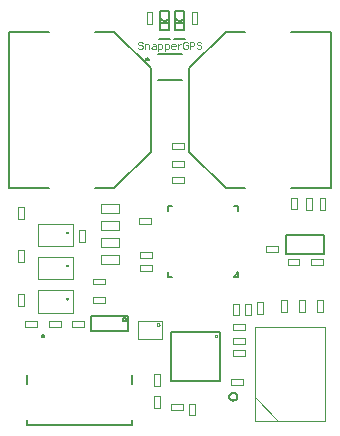
<source format=gbr>
G04 EAGLE Gerber RS-274X export*
G75*
%MOMM*%
%FSLAX34Y34*%
%LPD*%
%INSilkscreen Top*%
%IPPOS*%
%AMOC8*
5,1,8,0,0,1.08239X$1,22.5*%
G01*
%ADD10C,0.050800*%
%ADD11C,0.076200*%
%ADD12C,0.127000*%
%ADD13C,0.203200*%
%ADD14C,0.100000*%
%ADD15C,0.152400*%
%ADD16C,0.200000*%
%ADD17C,0.101600*%


D10*
X118246Y327564D02*
X117314Y328496D01*
X115450Y328496D01*
X114518Y327564D01*
X114518Y326632D01*
X115450Y325700D01*
X117314Y325700D01*
X118246Y324768D01*
X118246Y323835D01*
X117314Y322903D01*
X115450Y322903D01*
X114518Y323835D01*
X120131Y322903D02*
X120131Y326632D01*
X122927Y326632D01*
X123859Y325700D01*
X123859Y322903D01*
X126676Y326632D02*
X128540Y326632D01*
X129472Y325700D01*
X129472Y322903D01*
X126676Y322903D01*
X125744Y323835D01*
X126676Y324768D01*
X129472Y324768D01*
X131357Y326632D02*
X131357Y321039D01*
X131357Y326632D02*
X134153Y326632D01*
X135085Y325700D01*
X135085Y323835D01*
X134153Y322903D01*
X131357Y322903D01*
X136970Y321039D02*
X136970Y326632D01*
X139766Y326632D01*
X140698Y325700D01*
X140698Y323835D01*
X139766Y322903D01*
X136970Y322903D01*
X143515Y322903D02*
X145379Y322903D01*
X143515Y322903D02*
X142583Y323835D01*
X142583Y325700D01*
X143515Y326632D01*
X145379Y326632D01*
X146312Y325700D01*
X146312Y324768D01*
X142583Y324768D01*
X148196Y322903D02*
X148196Y326632D01*
X148196Y324768D02*
X150060Y326632D01*
X150993Y326632D01*
X155670Y328496D02*
X156602Y327564D01*
X155670Y328496D02*
X153806Y328496D01*
X152874Y327564D01*
X152874Y323835D01*
X153806Y322903D01*
X155670Y322903D01*
X156602Y323835D01*
X156602Y325700D01*
X154738Y325700D01*
X158487Y328496D02*
X158487Y322903D01*
X158487Y328496D02*
X161283Y328496D01*
X162215Y327564D01*
X162215Y325700D01*
X161283Y324768D01*
X158487Y324768D01*
X166896Y328496D02*
X167828Y327564D01*
X166896Y328496D02*
X165032Y328496D01*
X164100Y327564D01*
X164100Y326632D01*
X165032Y325700D01*
X166896Y325700D01*
X167828Y324768D01*
X167828Y323835D01*
X166896Y322903D01*
X165032Y322903D01*
X164100Y323835D01*
D11*
X215044Y108106D02*
X215044Y98106D01*
X215044Y108106D02*
X220044Y108106D01*
X220044Y98106D01*
X215044Y98106D01*
X98094Y169501D02*
X82894Y169501D01*
X82894Y177101D01*
X98094Y177101D01*
X98094Y169501D01*
X209900Y106995D02*
X209900Y96995D01*
X204900Y96995D01*
X204900Y106995D01*
X209900Y106995D01*
X153137Y209539D02*
X143137Y209539D01*
X143137Y214539D01*
X153137Y214539D01*
X153137Y209539D01*
X222792Y155958D02*
X232792Y155958D01*
X232792Y150958D01*
X222792Y150958D01*
X222792Y155958D01*
X98078Y183964D02*
X82878Y183964D01*
X82878Y191564D01*
X98078Y191564D01*
X98078Y183964D01*
X199740Y106995D02*
X199740Y96995D01*
X194740Y96995D01*
X194740Y106995D01*
X199740Y106995D01*
X125610Y174839D02*
X115610Y174839D01*
X115610Y179839D01*
X125610Y179839D01*
X125610Y174839D01*
X98264Y155187D02*
X83064Y155187D01*
X83064Y162787D01*
X98264Y162787D01*
X98264Y155187D01*
X98179Y140959D02*
X82979Y140959D01*
X82979Y148559D01*
X98179Y148559D01*
X98179Y140959D01*
X241035Y144673D02*
X251035Y144673D01*
X251035Y139673D01*
X241035Y139673D01*
X241035Y144673D01*
X261199Y139633D02*
X271199Y139633D01*
X261199Y139633D02*
X261199Y144633D01*
X271199Y144633D01*
X271199Y139633D01*
D12*
X239986Y149437D02*
X239986Y165437D01*
X271986Y165437D01*
X271986Y149437D01*
X239986Y149437D01*
D13*
X199440Y129560D02*
X195456Y129560D01*
X199440Y129560D02*
X199440Y133544D01*
X143424Y129560D02*
X139440Y129560D01*
X139440Y133544D01*
X139440Y189560D02*
X143424Y189560D01*
X139440Y189560D02*
X139440Y185576D01*
X195456Y189560D02*
X199440Y189560D01*
X199440Y185576D01*
X199440Y133544D02*
X195456Y129560D01*
D12*
X101465Y93482D02*
X101467Y93561D01*
X101473Y93640D01*
X101483Y93719D01*
X101496Y93797D01*
X101514Y93874D01*
X101536Y93950D01*
X101561Y94025D01*
X101590Y94099D01*
X101622Y94171D01*
X101658Y94241D01*
X101698Y94310D01*
X101741Y94377D01*
X101787Y94441D01*
X101837Y94503D01*
X101889Y94562D01*
X101944Y94619D01*
X102002Y94673D01*
X102063Y94724D01*
X102126Y94771D01*
X102191Y94816D01*
X102259Y94857D01*
X102329Y94895D01*
X102400Y94929D01*
X102473Y94960D01*
X102547Y94987D01*
X102623Y95011D01*
X102700Y95030D01*
X102777Y95046D01*
X102856Y95058D01*
X102934Y95066D01*
X103013Y95070D01*
X103093Y95070D01*
X103172Y95066D01*
X103250Y95058D01*
X103329Y95046D01*
X103406Y95030D01*
X103483Y95011D01*
X103559Y94987D01*
X103633Y94960D01*
X103706Y94929D01*
X103777Y94895D01*
X103847Y94857D01*
X103915Y94816D01*
X103980Y94771D01*
X104043Y94724D01*
X104104Y94673D01*
X104162Y94619D01*
X104217Y94562D01*
X104269Y94503D01*
X104319Y94441D01*
X104365Y94377D01*
X104408Y94310D01*
X104448Y94241D01*
X104484Y94171D01*
X104516Y94099D01*
X104545Y94025D01*
X104570Y93950D01*
X104592Y93874D01*
X104610Y93797D01*
X104623Y93719D01*
X104633Y93640D01*
X104639Y93561D01*
X104641Y93482D01*
X104639Y93403D01*
X104633Y93324D01*
X104623Y93245D01*
X104610Y93167D01*
X104592Y93090D01*
X104570Y93014D01*
X104545Y92939D01*
X104516Y92865D01*
X104484Y92793D01*
X104448Y92723D01*
X104408Y92654D01*
X104365Y92587D01*
X104319Y92523D01*
X104269Y92461D01*
X104217Y92402D01*
X104162Y92345D01*
X104104Y92291D01*
X104043Y92240D01*
X103980Y92193D01*
X103915Y92148D01*
X103847Y92107D01*
X103777Y92069D01*
X103706Y92035D01*
X103633Y92004D01*
X103559Y91977D01*
X103483Y91953D01*
X103406Y91934D01*
X103329Y91918D01*
X103250Y91906D01*
X103172Y91898D01*
X103093Y91894D01*
X103013Y91894D01*
X102934Y91898D01*
X102856Y91906D01*
X102777Y91918D01*
X102700Y91934D01*
X102623Y91953D01*
X102547Y91977D01*
X102473Y92004D01*
X102400Y92035D01*
X102329Y92069D01*
X102259Y92107D01*
X102191Y92148D01*
X102126Y92193D01*
X102063Y92240D01*
X102002Y92291D01*
X101944Y92345D01*
X101889Y92402D01*
X101837Y92461D01*
X101787Y92523D01*
X101741Y92587D01*
X101698Y92654D01*
X101658Y92723D01*
X101622Y92793D01*
X101590Y92865D01*
X101561Y92939D01*
X101536Y93014D01*
X101514Y93090D01*
X101496Y93167D01*
X101483Y93245D01*
X101473Y93324D01*
X101467Y93403D01*
X101465Y93482D01*
X106228Y83957D02*
X74478Y83957D01*
X74478Y96657D01*
X106228Y96657D01*
X106228Y83957D01*
D11*
X193472Y38170D02*
X203472Y38170D01*
X193472Y38170D02*
X193472Y43170D01*
X203472Y43170D01*
X203472Y38170D01*
D14*
X179370Y79755D02*
X179372Y79818D01*
X179378Y79880D01*
X179388Y79942D01*
X179401Y80004D01*
X179419Y80064D01*
X179440Y80123D01*
X179465Y80181D01*
X179494Y80237D01*
X179526Y80291D01*
X179561Y80343D01*
X179599Y80392D01*
X179641Y80440D01*
X179685Y80484D01*
X179733Y80526D01*
X179782Y80564D01*
X179834Y80599D01*
X179888Y80631D01*
X179944Y80660D01*
X180002Y80685D01*
X180061Y80706D01*
X180121Y80724D01*
X180183Y80737D01*
X180245Y80747D01*
X180307Y80753D01*
X180370Y80755D01*
X180433Y80753D01*
X180495Y80747D01*
X180557Y80737D01*
X180619Y80724D01*
X180679Y80706D01*
X180738Y80685D01*
X180796Y80660D01*
X180852Y80631D01*
X180906Y80599D01*
X180958Y80564D01*
X181007Y80526D01*
X181055Y80484D01*
X181099Y80440D01*
X181141Y80392D01*
X181179Y80343D01*
X181214Y80291D01*
X181246Y80237D01*
X181275Y80181D01*
X181300Y80123D01*
X181321Y80064D01*
X181339Y80004D01*
X181352Y79942D01*
X181362Y79880D01*
X181368Y79818D01*
X181370Y79755D01*
X181368Y79692D01*
X181362Y79630D01*
X181352Y79568D01*
X181339Y79506D01*
X181321Y79446D01*
X181300Y79387D01*
X181275Y79329D01*
X181246Y79273D01*
X181214Y79219D01*
X181179Y79167D01*
X181141Y79118D01*
X181099Y79070D01*
X181055Y79026D01*
X181007Y78984D01*
X180958Y78946D01*
X180906Y78911D01*
X180852Y78879D01*
X180796Y78850D01*
X180738Y78825D01*
X180679Y78804D01*
X180619Y78786D01*
X180557Y78773D01*
X180495Y78763D01*
X180433Y78757D01*
X180370Y78755D01*
X180307Y78757D01*
X180245Y78763D01*
X180183Y78773D01*
X180121Y78786D01*
X180061Y78804D01*
X180002Y78825D01*
X179944Y78850D01*
X179888Y78879D01*
X179834Y78911D01*
X179782Y78946D01*
X179733Y78984D01*
X179685Y79026D01*
X179641Y79070D01*
X179599Y79118D01*
X179561Y79167D01*
X179526Y79219D01*
X179494Y79273D01*
X179465Y79329D01*
X179440Y79387D01*
X179419Y79446D01*
X179401Y79506D01*
X179388Y79568D01*
X179378Y79630D01*
X179372Y79692D01*
X179370Y79755D01*
D15*
X142570Y82905D02*
X142570Y41905D01*
X183570Y41905D01*
X183570Y82905D01*
X142570Y82905D01*
D11*
X133264Y28504D02*
X133264Y18504D01*
X128264Y18504D01*
X128264Y28504D01*
X133264Y28504D01*
X162774Y22364D02*
X162774Y12364D01*
X157774Y12364D01*
X157774Y22364D01*
X162774Y22364D01*
X152243Y16982D02*
X142243Y16982D01*
X142243Y21982D01*
X152243Y21982D01*
X152243Y16982D01*
X133185Y37466D02*
X133185Y47466D01*
X133185Y37466D02*
X128185Y37466D01*
X128185Y47466D01*
X133185Y47466D01*
X194900Y73240D02*
X204900Y73240D01*
X194900Y73240D02*
X194900Y78240D01*
X204900Y78240D01*
X204900Y73240D01*
X204900Y63080D02*
X194900Y63080D01*
X194900Y68080D01*
X204900Y68080D01*
X204900Y63080D01*
X204900Y84480D02*
X194900Y84480D01*
X194900Y89480D01*
X204900Y89480D01*
X204900Y84480D01*
X134799Y76662D02*
X114799Y76662D01*
X114799Y92662D01*
X134799Y92662D01*
X134799Y76662D01*
X130195Y89162D02*
X130197Y89231D01*
X130203Y89299D01*
X130213Y89367D01*
X130226Y89435D01*
X130244Y89501D01*
X130265Y89567D01*
X130290Y89631D01*
X130319Y89693D01*
X130351Y89754D01*
X130386Y89813D01*
X130425Y89870D01*
X130467Y89924D01*
X130512Y89976D01*
X130560Y90025D01*
X130611Y90072D01*
X130664Y90115D01*
X130719Y90156D01*
X130777Y90193D01*
X130837Y90227D01*
X130899Y90257D01*
X130962Y90284D01*
X131027Y90307D01*
X131093Y90326D01*
X131160Y90342D01*
X131228Y90354D01*
X131296Y90362D01*
X131365Y90366D01*
X131433Y90366D01*
X131502Y90362D01*
X131570Y90354D01*
X131638Y90342D01*
X131705Y90326D01*
X131771Y90307D01*
X131836Y90284D01*
X131899Y90257D01*
X131961Y90227D01*
X132021Y90193D01*
X132079Y90156D01*
X132134Y90115D01*
X132187Y90072D01*
X132238Y90025D01*
X132286Y89976D01*
X132331Y89924D01*
X132373Y89870D01*
X132412Y89813D01*
X132447Y89754D01*
X132479Y89693D01*
X132508Y89631D01*
X132533Y89567D01*
X132554Y89501D01*
X132572Y89435D01*
X132585Y89367D01*
X132595Y89299D01*
X132601Y89231D01*
X132603Y89162D01*
X132601Y89093D01*
X132595Y89025D01*
X132585Y88957D01*
X132572Y88889D01*
X132554Y88823D01*
X132533Y88757D01*
X132508Y88693D01*
X132479Y88631D01*
X132447Y88570D01*
X132412Y88511D01*
X132373Y88454D01*
X132331Y88400D01*
X132286Y88348D01*
X132238Y88299D01*
X132187Y88252D01*
X132134Y88209D01*
X132079Y88168D01*
X132021Y88131D01*
X131961Y88097D01*
X131899Y88067D01*
X131836Y88040D01*
X131771Y88017D01*
X131705Y87998D01*
X131638Y87982D01*
X131570Y87970D01*
X131502Y87962D01*
X131433Y87958D01*
X131365Y87958D01*
X131296Y87962D01*
X131228Y87970D01*
X131160Y87982D01*
X131093Y87998D01*
X131027Y88017D01*
X130962Y88040D01*
X130899Y88067D01*
X130837Y88097D01*
X130777Y88131D01*
X130719Y88168D01*
X130664Y88209D01*
X130611Y88252D01*
X130560Y88299D01*
X130512Y88348D01*
X130467Y88400D01*
X130425Y88454D01*
X130386Y88511D01*
X130351Y88570D01*
X130319Y88631D01*
X130290Y88693D01*
X130265Y88757D01*
X130244Y88823D01*
X130226Y88889D01*
X130213Y88957D01*
X130203Y89025D01*
X130197Y89093D01*
X130195Y89162D01*
X240150Y100260D02*
X240150Y110260D01*
X240150Y100260D02*
X235150Y100260D01*
X235150Y110260D01*
X240150Y110260D01*
X255390Y110260D02*
X255390Y100260D01*
X250390Y100260D01*
X250390Y110260D01*
X255390Y110260D01*
X270630Y110260D02*
X270630Y100260D01*
X265630Y100260D01*
X265630Y110260D01*
X270630Y110260D01*
X12676Y105244D02*
X12676Y115244D01*
X17676Y115244D01*
X17676Y105244D01*
X12676Y105244D01*
X256539Y186652D02*
X256539Y196652D01*
X261539Y196652D01*
X261539Y186652D01*
X256539Y186652D01*
D14*
X213080Y27640D02*
X213080Y7640D01*
X213080Y27640D02*
X213080Y87640D01*
X273080Y87640D01*
X273080Y7640D01*
X233080Y7640D01*
X213080Y7640D01*
X233080Y7640D02*
X213080Y27640D01*
D12*
X141613Y330755D02*
X132088Y330755D01*
X136851Y345043D02*
X140026Y348218D01*
X136851Y345043D02*
X133676Y348218D01*
D15*
X140851Y344630D02*
X140851Y354630D01*
X140851Y344630D02*
X140851Y338630D01*
X132851Y338630D01*
X132851Y354630D02*
X140851Y354630D01*
X132851Y354630D02*
X132851Y344630D01*
X132851Y338630D01*
X132851Y344630D02*
X140851Y344630D01*
D12*
X144788Y330755D02*
X154313Y330755D01*
X149551Y345043D02*
X152726Y348218D01*
X149551Y345043D02*
X146376Y348218D01*
D15*
X153551Y344630D02*
X153551Y354630D01*
X153551Y344630D02*
X153551Y338630D01*
X145551Y338630D01*
X145551Y354630D02*
X153551Y354630D01*
X145551Y354630D02*
X145551Y344630D01*
X145551Y338630D01*
X145551Y344630D02*
X153551Y344630D01*
D11*
X126464Y145618D02*
X116464Y145618D01*
X116464Y150618D01*
X126464Y150618D01*
X126464Y145618D01*
X126490Y134446D02*
X116490Y134446D01*
X116490Y139446D01*
X126490Y139446D01*
X126490Y134446D01*
X86470Y112744D02*
X76470Y112744D01*
X86470Y112744D02*
X86470Y107744D01*
X76470Y107744D01*
X76470Y112744D01*
X76216Y123238D02*
X86216Y123238D01*
X76216Y123238D02*
X76216Y128238D01*
X86216Y128238D01*
X86216Y123238D01*
X17676Y178650D02*
X17676Y188650D01*
X17676Y178650D02*
X12676Y178650D01*
X12676Y188650D01*
X17676Y188650D01*
X17676Y152074D02*
X17676Y142074D01*
X12676Y142074D01*
X12676Y152074D01*
X17676Y152074D01*
X64746Y159600D02*
X64746Y169600D01*
X69746Y169600D01*
X69746Y159600D01*
X64746Y159600D01*
X121651Y344170D02*
X121651Y354170D01*
X126651Y354170D01*
X126651Y344170D01*
X121651Y344170D01*
X159751Y344170D02*
X159751Y354170D01*
X164751Y354170D01*
X164751Y344170D01*
X159751Y344170D01*
X68888Y87137D02*
X58888Y87137D01*
X58888Y92137D01*
X68888Y92137D01*
X68888Y87137D01*
X143256Y242655D02*
X153256Y242655D01*
X153256Y237655D01*
X143256Y237655D01*
X143256Y242655D01*
X273122Y196667D02*
X273122Y186667D01*
X268122Y186667D01*
X268122Y196667D01*
X273122Y196667D01*
X153397Y222500D02*
X143397Y222500D01*
X143397Y227500D01*
X153397Y227500D01*
X153397Y222500D01*
X243990Y196795D02*
X243990Y186795D01*
X243990Y196795D02*
X248990Y196795D01*
X248990Y186795D01*
X243990Y186795D01*
X28479Y87030D02*
X18479Y87030D01*
X18479Y92030D01*
X28479Y92030D01*
X28479Y87030D01*
X38838Y92040D02*
X48838Y92040D01*
X48838Y87040D01*
X38838Y87040D01*
X38838Y92040D01*
D12*
X109660Y46814D02*
X109660Y39164D01*
X109660Y8564D02*
X109660Y4364D01*
X20260Y4364D01*
X20260Y8564D01*
X20260Y39164D02*
X20260Y46814D01*
D16*
X32960Y79864D02*
X32962Y79927D01*
X32968Y79989D01*
X32978Y80051D01*
X32991Y80113D01*
X33009Y80173D01*
X33030Y80232D01*
X33055Y80290D01*
X33084Y80346D01*
X33116Y80400D01*
X33151Y80452D01*
X33189Y80501D01*
X33231Y80549D01*
X33275Y80593D01*
X33323Y80635D01*
X33372Y80673D01*
X33424Y80708D01*
X33478Y80740D01*
X33534Y80769D01*
X33592Y80794D01*
X33651Y80815D01*
X33711Y80833D01*
X33773Y80846D01*
X33835Y80856D01*
X33897Y80862D01*
X33960Y80864D01*
X34023Y80862D01*
X34085Y80856D01*
X34147Y80846D01*
X34209Y80833D01*
X34269Y80815D01*
X34328Y80794D01*
X34386Y80769D01*
X34442Y80740D01*
X34496Y80708D01*
X34548Y80673D01*
X34597Y80635D01*
X34645Y80593D01*
X34689Y80549D01*
X34731Y80501D01*
X34769Y80452D01*
X34804Y80400D01*
X34836Y80346D01*
X34865Y80290D01*
X34890Y80232D01*
X34911Y80173D01*
X34929Y80113D01*
X34942Y80051D01*
X34952Y79989D01*
X34958Y79927D01*
X34960Y79864D01*
X34958Y79801D01*
X34952Y79739D01*
X34942Y79677D01*
X34929Y79615D01*
X34911Y79555D01*
X34890Y79496D01*
X34865Y79438D01*
X34836Y79382D01*
X34804Y79328D01*
X34769Y79276D01*
X34731Y79227D01*
X34689Y79179D01*
X34645Y79135D01*
X34597Y79093D01*
X34548Y79055D01*
X34496Y79020D01*
X34442Y78988D01*
X34386Y78959D01*
X34328Y78934D01*
X34269Y78913D01*
X34209Y78895D01*
X34147Y78882D01*
X34085Y78872D01*
X34023Y78866D01*
X33960Y78864D01*
X33897Y78866D01*
X33835Y78872D01*
X33773Y78882D01*
X33711Y78895D01*
X33651Y78913D01*
X33592Y78934D01*
X33534Y78959D01*
X33478Y78988D01*
X33424Y79020D01*
X33372Y79055D01*
X33323Y79093D01*
X33275Y79135D01*
X33231Y79179D01*
X33189Y79227D01*
X33151Y79276D01*
X33116Y79328D01*
X33084Y79382D01*
X33055Y79438D01*
X33030Y79496D01*
X33009Y79555D01*
X32991Y79615D01*
X32978Y79677D01*
X32968Y79739D01*
X32962Y79801D01*
X32960Y79864D01*
D17*
X53379Y111174D02*
X53381Y111227D01*
X53387Y111279D01*
X53397Y111331D01*
X53410Y111382D01*
X53428Y111432D01*
X53449Y111481D01*
X53474Y111528D01*
X53502Y111572D01*
X53533Y111615D01*
X53568Y111655D01*
X53605Y111692D01*
X53645Y111727D01*
X53688Y111758D01*
X53733Y111786D01*
X53779Y111811D01*
X53828Y111832D01*
X53878Y111850D01*
X53929Y111863D01*
X53981Y111873D01*
X54033Y111879D01*
X54086Y111881D01*
X54139Y111879D01*
X54191Y111873D01*
X54243Y111863D01*
X54294Y111850D01*
X54344Y111832D01*
X54393Y111811D01*
X54440Y111786D01*
X54484Y111758D01*
X54527Y111727D01*
X54567Y111692D01*
X54604Y111655D01*
X54639Y111615D01*
X54670Y111572D01*
X54698Y111527D01*
X54723Y111481D01*
X54744Y111432D01*
X54762Y111382D01*
X54775Y111331D01*
X54785Y111279D01*
X54791Y111227D01*
X54793Y111174D01*
X54791Y111121D01*
X54785Y111069D01*
X54775Y111017D01*
X54762Y110966D01*
X54744Y110916D01*
X54723Y110867D01*
X54698Y110820D01*
X54670Y110776D01*
X54639Y110733D01*
X54604Y110693D01*
X54567Y110656D01*
X54527Y110621D01*
X54484Y110590D01*
X54439Y110562D01*
X54393Y110537D01*
X54344Y110516D01*
X54294Y110498D01*
X54243Y110485D01*
X54191Y110475D01*
X54139Y110469D01*
X54086Y110467D01*
X54033Y110469D01*
X53981Y110475D01*
X53929Y110485D01*
X53878Y110498D01*
X53828Y110516D01*
X53779Y110537D01*
X53732Y110562D01*
X53688Y110590D01*
X53645Y110621D01*
X53605Y110656D01*
X53568Y110693D01*
X53533Y110733D01*
X53502Y110776D01*
X53474Y110821D01*
X53449Y110867D01*
X53428Y110916D01*
X53410Y110966D01*
X53397Y111017D01*
X53387Y111069D01*
X53381Y111121D01*
X53379Y111174D01*
X59386Y99474D02*
X29386Y99474D01*
X29386Y118474D01*
X59386Y118474D02*
X59386Y99474D01*
X59386Y118474D02*
X29386Y118474D01*
D12*
X191664Y28284D02*
X191666Y28399D01*
X191672Y28513D01*
X191682Y28627D01*
X191696Y28741D01*
X191714Y28854D01*
X191735Y28967D01*
X191761Y29079D01*
X191791Y29189D01*
X191824Y29299D01*
X191861Y29407D01*
X191902Y29514D01*
X191946Y29620D01*
X191995Y29724D01*
X192046Y29826D01*
X192102Y29927D01*
X192160Y30025D01*
X192222Y30121D01*
X192288Y30216D01*
X192357Y30307D01*
X192428Y30397D01*
X192503Y30484D01*
X192581Y30568D01*
X192662Y30649D01*
X192745Y30728D01*
X192831Y30803D01*
X192920Y30876D01*
X193011Y30945D01*
X193105Y31011D01*
X193201Y31074D01*
X193298Y31134D01*
X193398Y31190D01*
X193500Y31243D01*
X193604Y31292D01*
X193709Y31337D01*
X193816Y31379D01*
X193924Y31417D01*
X194033Y31452D01*
X194144Y31482D01*
X194255Y31509D01*
X194368Y31531D01*
X194481Y31550D01*
X194594Y31565D01*
X194708Y31576D01*
X194823Y31583D01*
X194937Y31586D01*
X195052Y31585D01*
X195166Y31580D01*
X195281Y31571D01*
X195395Y31558D01*
X195508Y31541D01*
X195621Y31520D01*
X195733Y31496D01*
X195844Y31467D01*
X195954Y31435D01*
X196062Y31399D01*
X196170Y31359D01*
X196276Y31315D01*
X196380Y31268D01*
X196483Y31217D01*
X196584Y31163D01*
X196683Y31105D01*
X196780Y31043D01*
X196874Y30979D01*
X196967Y30911D01*
X197057Y30840D01*
X197144Y30766D01*
X197229Y30689D01*
X197311Y30609D01*
X197390Y30526D01*
X197467Y30440D01*
X197540Y30352D01*
X197610Y30262D01*
X197677Y30169D01*
X197741Y30074D01*
X197801Y29976D01*
X197858Y29877D01*
X197912Y29775D01*
X197962Y29672D01*
X198008Y29567D01*
X198051Y29461D01*
X198090Y29353D01*
X198125Y29244D01*
X198157Y29134D01*
X198184Y29023D01*
X198208Y28911D01*
X198228Y28798D01*
X198244Y28684D01*
X198256Y28570D01*
X198264Y28456D01*
X198268Y28341D01*
X198268Y28227D01*
X198264Y28112D01*
X198256Y27998D01*
X198244Y27884D01*
X198228Y27770D01*
X198208Y27657D01*
X198184Y27545D01*
X198157Y27434D01*
X198125Y27324D01*
X198090Y27215D01*
X198051Y27107D01*
X198008Y27001D01*
X197962Y26896D01*
X197912Y26793D01*
X197858Y26691D01*
X197801Y26592D01*
X197741Y26494D01*
X197677Y26399D01*
X197610Y26306D01*
X197540Y26216D01*
X197467Y26128D01*
X197390Y26042D01*
X197311Y25959D01*
X197229Y25879D01*
X197144Y25802D01*
X197057Y25728D01*
X196967Y25657D01*
X196874Y25589D01*
X196780Y25525D01*
X196683Y25463D01*
X196584Y25405D01*
X196483Y25351D01*
X196380Y25300D01*
X196276Y25253D01*
X196170Y25209D01*
X196062Y25169D01*
X195954Y25133D01*
X195844Y25101D01*
X195733Y25072D01*
X195621Y25048D01*
X195508Y25027D01*
X195395Y25010D01*
X195281Y24997D01*
X195166Y24988D01*
X195052Y24983D01*
X194937Y24982D01*
X194823Y24985D01*
X194708Y24992D01*
X194594Y25003D01*
X194481Y25018D01*
X194368Y25037D01*
X194255Y25059D01*
X194144Y25086D01*
X194033Y25116D01*
X193924Y25151D01*
X193816Y25189D01*
X193709Y25231D01*
X193604Y25276D01*
X193500Y25325D01*
X193398Y25378D01*
X193298Y25434D01*
X193201Y25494D01*
X193105Y25557D01*
X193011Y25623D01*
X192920Y25692D01*
X192831Y25765D01*
X192745Y25840D01*
X192662Y25919D01*
X192581Y26000D01*
X192503Y26084D01*
X192428Y26171D01*
X192357Y26261D01*
X192288Y26352D01*
X192222Y26447D01*
X192160Y26543D01*
X192102Y26641D01*
X192046Y26742D01*
X191995Y26844D01*
X191946Y26948D01*
X191902Y27054D01*
X191861Y27161D01*
X191824Y27269D01*
X191791Y27379D01*
X191761Y27489D01*
X191735Y27601D01*
X191714Y27714D01*
X191696Y27827D01*
X191682Y27941D01*
X191672Y28055D01*
X191666Y28169D01*
X191664Y28284D01*
D17*
X53633Y139368D02*
X53635Y139421D01*
X53641Y139473D01*
X53651Y139525D01*
X53664Y139576D01*
X53682Y139626D01*
X53703Y139675D01*
X53728Y139722D01*
X53756Y139766D01*
X53787Y139809D01*
X53822Y139849D01*
X53859Y139886D01*
X53899Y139921D01*
X53942Y139952D01*
X53987Y139980D01*
X54033Y140005D01*
X54082Y140026D01*
X54132Y140044D01*
X54183Y140057D01*
X54235Y140067D01*
X54287Y140073D01*
X54340Y140075D01*
X54393Y140073D01*
X54445Y140067D01*
X54497Y140057D01*
X54548Y140044D01*
X54598Y140026D01*
X54647Y140005D01*
X54694Y139980D01*
X54738Y139952D01*
X54781Y139921D01*
X54821Y139886D01*
X54858Y139849D01*
X54893Y139809D01*
X54924Y139766D01*
X54952Y139721D01*
X54977Y139675D01*
X54998Y139626D01*
X55016Y139576D01*
X55029Y139525D01*
X55039Y139473D01*
X55045Y139421D01*
X55047Y139368D01*
X55045Y139315D01*
X55039Y139263D01*
X55029Y139211D01*
X55016Y139160D01*
X54998Y139110D01*
X54977Y139061D01*
X54952Y139014D01*
X54924Y138970D01*
X54893Y138927D01*
X54858Y138887D01*
X54821Y138850D01*
X54781Y138815D01*
X54738Y138784D01*
X54693Y138756D01*
X54647Y138731D01*
X54598Y138710D01*
X54548Y138692D01*
X54497Y138679D01*
X54445Y138669D01*
X54393Y138663D01*
X54340Y138661D01*
X54287Y138663D01*
X54235Y138669D01*
X54183Y138679D01*
X54132Y138692D01*
X54082Y138710D01*
X54033Y138731D01*
X53986Y138756D01*
X53942Y138784D01*
X53899Y138815D01*
X53859Y138850D01*
X53822Y138887D01*
X53787Y138927D01*
X53756Y138970D01*
X53728Y139015D01*
X53703Y139061D01*
X53682Y139110D01*
X53664Y139160D01*
X53651Y139211D01*
X53641Y139263D01*
X53635Y139315D01*
X53633Y139368D01*
X59640Y127668D02*
X29640Y127668D01*
X29640Y146668D01*
X59640Y146668D02*
X59640Y127668D01*
X59640Y146668D02*
X29640Y146668D01*
X53633Y167308D02*
X53635Y167361D01*
X53641Y167413D01*
X53651Y167465D01*
X53664Y167516D01*
X53682Y167566D01*
X53703Y167615D01*
X53728Y167662D01*
X53756Y167706D01*
X53787Y167749D01*
X53822Y167789D01*
X53859Y167826D01*
X53899Y167861D01*
X53942Y167892D01*
X53987Y167920D01*
X54033Y167945D01*
X54082Y167966D01*
X54132Y167984D01*
X54183Y167997D01*
X54235Y168007D01*
X54287Y168013D01*
X54340Y168015D01*
X54393Y168013D01*
X54445Y168007D01*
X54497Y167997D01*
X54548Y167984D01*
X54598Y167966D01*
X54647Y167945D01*
X54694Y167920D01*
X54738Y167892D01*
X54781Y167861D01*
X54821Y167826D01*
X54858Y167789D01*
X54893Y167749D01*
X54924Y167706D01*
X54952Y167661D01*
X54977Y167615D01*
X54998Y167566D01*
X55016Y167516D01*
X55029Y167465D01*
X55039Y167413D01*
X55045Y167361D01*
X55047Y167308D01*
X55045Y167255D01*
X55039Y167203D01*
X55029Y167151D01*
X55016Y167100D01*
X54998Y167050D01*
X54977Y167001D01*
X54952Y166954D01*
X54924Y166910D01*
X54893Y166867D01*
X54858Y166827D01*
X54821Y166790D01*
X54781Y166755D01*
X54738Y166724D01*
X54693Y166696D01*
X54647Y166671D01*
X54598Y166650D01*
X54548Y166632D01*
X54497Y166619D01*
X54445Y166609D01*
X54393Y166603D01*
X54340Y166601D01*
X54287Y166603D01*
X54235Y166609D01*
X54183Y166619D01*
X54132Y166632D01*
X54082Y166650D01*
X54033Y166671D01*
X53986Y166696D01*
X53942Y166724D01*
X53899Y166755D01*
X53859Y166790D01*
X53822Y166827D01*
X53787Y166867D01*
X53756Y166910D01*
X53728Y166955D01*
X53703Y167001D01*
X53682Y167050D01*
X53664Y167100D01*
X53651Y167151D01*
X53641Y167203D01*
X53635Y167255D01*
X53633Y167308D01*
X59640Y155608D02*
X29640Y155608D01*
X29640Y174608D01*
X59640Y174608D02*
X59640Y155608D01*
X59640Y174608D02*
X29640Y174608D01*
D16*
X121393Y313941D02*
X121395Y314004D01*
X121401Y314066D01*
X121411Y314128D01*
X121424Y314190D01*
X121442Y314250D01*
X121463Y314309D01*
X121488Y314367D01*
X121517Y314423D01*
X121549Y314477D01*
X121584Y314529D01*
X121622Y314578D01*
X121664Y314626D01*
X121708Y314670D01*
X121756Y314712D01*
X121805Y314750D01*
X121857Y314785D01*
X121911Y314817D01*
X121967Y314846D01*
X122025Y314871D01*
X122084Y314892D01*
X122144Y314910D01*
X122206Y314923D01*
X122268Y314933D01*
X122330Y314939D01*
X122393Y314941D01*
X122456Y314939D01*
X122518Y314933D01*
X122580Y314923D01*
X122642Y314910D01*
X122702Y314892D01*
X122761Y314871D01*
X122819Y314846D01*
X122875Y314817D01*
X122929Y314785D01*
X122981Y314750D01*
X123030Y314712D01*
X123078Y314670D01*
X123122Y314626D01*
X123164Y314578D01*
X123202Y314529D01*
X123237Y314477D01*
X123269Y314423D01*
X123298Y314367D01*
X123323Y314309D01*
X123344Y314250D01*
X123362Y314190D01*
X123375Y314128D01*
X123385Y314066D01*
X123391Y314004D01*
X123393Y313941D01*
X123391Y313878D01*
X123385Y313816D01*
X123375Y313754D01*
X123362Y313692D01*
X123344Y313632D01*
X123323Y313573D01*
X123298Y313515D01*
X123269Y313459D01*
X123237Y313405D01*
X123202Y313353D01*
X123164Y313304D01*
X123122Y313256D01*
X123078Y313212D01*
X123030Y313170D01*
X122981Y313132D01*
X122929Y313097D01*
X122875Y313065D01*
X122819Y313036D01*
X122761Y313011D01*
X122702Y312990D01*
X122642Y312972D01*
X122580Y312959D01*
X122518Y312949D01*
X122456Y312943D01*
X122393Y312941D01*
X122330Y312943D01*
X122268Y312949D01*
X122206Y312959D01*
X122144Y312972D01*
X122084Y312990D01*
X122025Y313011D01*
X121967Y313036D01*
X121911Y313065D01*
X121857Y313097D01*
X121805Y313132D01*
X121756Y313170D01*
X121708Y313212D01*
X121664Y313256D01*
X121622Y313304D01*
X121584Y313353D01*
X121549Y313405D01*
X121517Y313459D01*
X121488Y313515D01*
X121463Y313573D01*
X121442Y313632D01*
X121424Y313692D01*
X121411Y313754D01*
X121401Y313816D01*
X121395Y313878D01*
X121393Y313941D01*
D12*
X131493Y318741D02*
X151493Y318741D01*
X151493Y296141D02*
X131493Y296141D01*
X39400Y204950D02*
X5050Y204950D01*
X5050Y337050D01*
X39400Y337050D01*
X77600Y204950D02*
X94200Y204950D01*
X125750Y235300D01*
X125750Y306700D01*
X94200Y337050D01*
X77600Y337050D01*
X243600Y337050D02*
X277950Y337050D01*
X277950Y204950D01*
X243600Y204950D01*
X205400Y337050D02*
X188800Y337050D01*
X157250Y306700D01*
X157250Y235300D01*
X188800Y204950D01*
X205400Y204950D01*
M02*

</source>
